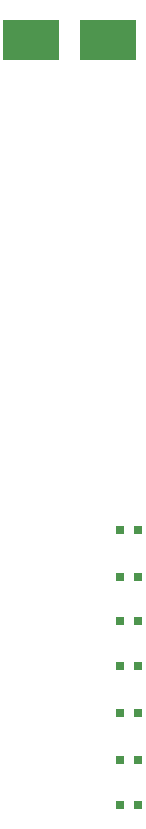
<source format=gbr>
G04*
G04 #@! TF.GenerationSoftware,Altium Limited,Altium Designer,24.1.2 (44)*
G04*
G04 Layer_Color=8421504*
%FSLAX25Y25*%
%MOIN*%
G70*
G04*
G04 #@! TF.SameCoordinates,A85318EA-E4D8-42E9-B0A6-CF3BD3DAF5E5*
G04*
G04*
G04 #@! TF.FilePolarity,Positive*
G04*
G01*
G75*
%ADD17R,0.18504X0.13504*%
%ADD18R,0.03150X0.03150*%
D17*
X1048228Y605315D02*
D03*
X1073819D02*
D03*
D18*
X1083661Y441929D02*
D03*
X1077756D02*
D03*
X1083661Y365158D02*
D03*
X1077756D02*
D03*
X1083661Y396654D02*
D03*
X1077756D02*
D03*
X1083661Y350394D02*
D03*
X1077756D02*
D03*
X1083661Y380906D02*
D03*
X1077756D02*
D03*
X1083661Y411417D02*
D03*
X1077756D02*
D03*
X1083661Y426181D02*
D03*
X1077756D02*
D03*
M02*

</source>
